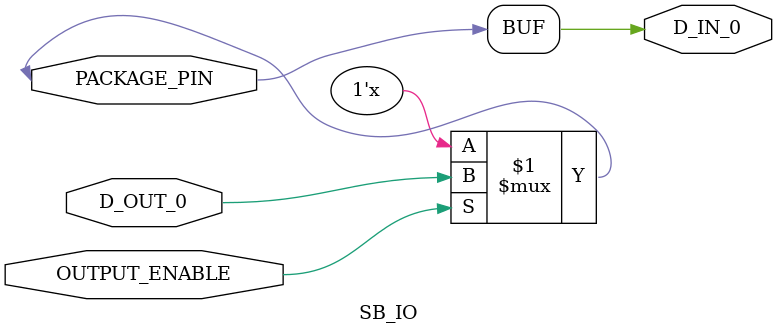
<source format=v>
module SB_IO #(
    parameter PIN_TYPE = 6'b1, 
    parameter PULLUP = 1'b0
) (
    inout       PACKAGE_PIN  ,
    input       OUTPUT_ENABLE,
    input      D_OUT_0      ,
    output      D_IN_0       
);
assign D_IN_0 = PACKAGE_PIN;
assign PACKAGE_PIN = (OUTPUT_ENABLE)? D_OUT_0 : 1'bz;
endmodule
</source>
